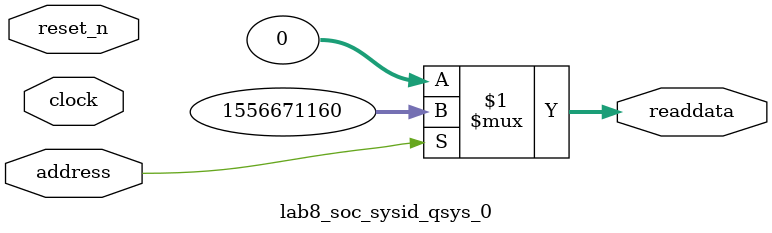
<source format=v>



// synthesis translate_off
`timescale 1ns / 1ps
// synthesis translate_on

// turn off superfluous verilog processor warnings 
// altera message_level Level1 
// altera message_off 10034 10035 10036 10037 10230 10240 10030 

module lab8_soc_sysid_qsys_0 (
               // inputs:
                address,
                clock,
                reset_n,

               // outputs:
                readdata
             )
;

  output  [ 31: 0] readdata;
  input            address;
  input            clock;
  input            reset_n;

  wire    [ 31: 0] readdata;
  //control_slave, which is an e_avalon_slave
  assign readdata = address ? 1556671160 : 0;

endmodule



</source>
